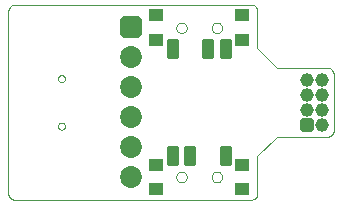
<source format=gbr>
G04 PROTEUS RS274X GERBER FILE*
%FSLAX45Y45*%
%MOMM*%
G01*
%AMPPAD034*
4,1,36,
-0.927000,0.495200,
-0.927000,-0.495200,
-0.918410,-0.583490,
-0.893690,-0.665130,
-0.854420,-0.738560,
-0.802180,-0.802180,
-0.738560,-0.854420,
-0.665130,-0.893690,
-0.583490,-0.918410,
-0.495200,-0.927000,
0.495200,-0.927000,
0.583490,-0.918410,
0.665130,-0.893690,
0.738560,-0.854420,
0.802180,-0.802180,
0.854420,-0.738560,
0.893690,-0.665130,
0.918410,-0.583490,
0.927000,-0.495200,
0.927000,0.495200,
0.918410,0.583490,
0.893690,0.665130,
0.854420,0.738560,
0.802180,0.802180,
0.738560,0.854420,
0.665130,0.893690,
0.583490,0.918410,
0.495200,0.927000,
-0.495200,0.927000,
-0.583490,0.918410,
-0.665130,0.893690,
-0.738560,0.854420,
-0.802180,0.802180,
-0.854420,0.738560,
-0.893690,0.665130,
-0.918410,0.583490,
-0.927000,0.495200,
0*%
%ADD40PPAD034*%
%ADD41C,1.854000*%
%AMPPAD037*
4,1,48,
0.577000,0.323000,
0.577000,-0.323000,
0.575720,-0.349400,
0.571950,-0.374930,
0.565800,-0.399490,
0.546870,-0.445220,
0.519840,-0.485650,
0.485640,-0.519840,
0.445220,-0.546860,
0.399490,-0.565800,
0.374930,-0.571950,
0.349400,-0.575720,
0.323000,-0.577000,
-0.323000,-0.577000,
-0.349400,-0.575720,
-0.374930,-0.571950,
-0.399490,-0.565800,
-0.445220,-0.546860,
-0.485640,-0.519840,
-0.519840,-0.485650,
-0.546870,-0.445220,
-0.565800,-0.399490,
-0.571950,-0.374930,
-0.575720,-0.349400,
-0.577000,-0.323000,
-0.577000,0.323000,
-0.575720,0.349400,
-0.571950,0.374930,
-0.565800,0.399490,
-0.546870,0.445220,
-0.519840,0.485650,
-0.485640,0.519840,
-0.445220,0.546860,
-0.399490,0.565800,
-0.374930,0.571950,
-0.349400,0.575720,
-0.323000,0.577000,
0.323000,0.577000,
0.349400,0.575720,
0.374930,0.571950,
0.399490,0.565800,
0.445220,0.546860,
0.485640,0.519840,
0.519840,0.485650,
0.546870,0.445220,
0.565800,0.399490,
0.571950,0.374930,
0.575720,0.349400,
0.577000,0.323000,
0*%
%ADD43PPAD037*%
%ADD44C,1.154000*%
%AMPPAD042*
4,1,36,
-0.627000,0.400000,
-0.627000,-0.400000,
-0.624470,-0.425970,
-0.617200,-0.449980,
-0.605650,-0.471580,
-0.590290,-0.490290,
-0.571570,-0.505650,
-0.549980,-0.517200,
-0.525970,-0.524470,
-0.500000,-0.527000,
0.500000,-0.527000,
0.525970,-0.524470,
0.549980,-0.517200,
0.571570,-0.505650,
0.590290,-0.490290,
0.605650,-0.471580,
0.617200,-0.449980,
0.624470,-0.425970,
0.627000,-0.400000,
0.627000,0.400000,
0.624470,0.425970,
0.617200,0.449980,
0.605650,0.471580,
0.590290,0.490290,
0.571570,0.505650,
0.549980,0.517200,
0.525970,0.524470,
0.500000,0.527000,
-0.500000,0.527000,
-0.525970,0.524470,
-0.549980,0.517200,
-0.571570,0.505650,
-0.590290,0.490290,
-0.605650,0.471580,
-0.617200,0.449980,
-0.624470,0.425970,
-0.627000,0.400000,
0*%
%ADD48PPAD042*%
%AMPPAD043*
4,1,36,
-0.477000,0.750000,
-0.477000,-0.750000,
-0.474470,-0.775970,
-0.467200,-0.799980,
-0.455650,-0.821580,
-0.440290,-0.840290,
-0.421570,-0.855650,
-0.399980,-0.867200,
-0.375970,-0.874470,
-0.350000,-0.877000,
0.350000,-0.877000,
0.375970,-0.874470,
0.399980,-0.867200,
0.421570,-0.855650,
0.440290,-0.840290,
0.455650,-0.821580,
0.467200,-0.799980,
0.474470,-0.775970,
0.477000,-0.750000,
0.477000,0.750000,
0.474470,0.775970,
0.467200,0.799980,
0.455650,0.821580,
0.440290,0.840290,
0.421570,0.855650,
0.399980,0.867200,
0.375970,0.874470,
0.350000,0.877000,
-0.350000,0.877000,
-0.375970,0.874470,
-0.399980,0.867200,
-0.421570,0.855650,
-0.440290,0.840290,
-0.455650,0.821580,
-0.467200,0.799980,
-0.474470,0.775970,
-0.477000,0.750000,
0*%
%ADD49PPAD043*%
%ADD29C,0.025400*%
D40*
X+444500Y+635000D03*
D41*
X+444500Y+381000D03*
X+444500Y+127000D03*
X+444500Y-127000D03*
X+444500Y-381000D03*
X+444500Y-635000D03*
D43*
X+1930400Y-190500D03*
D44*
X+2057400Y-190500D03*
X+1930400Y-63500D03*
X+2057400Y-63500D03*
X+1930400Y+63500D03*
X+2057400Y+63500D03*
X+1930400Y+190500D03*
X+2057400Y+190500D03*
D48*
X+654300Y-736600D03*
X+654300Y-526600D03*
X+1384300Y-736600D03*
X+1384300Y-526600D03*
D49*
X+1244300Y-456600D03*
X+944300Y-456600D03*
X+794300Y-456600D03*
D48*
X+1384300Y+736600D03*
X+1384300Y+526600D03*
X+654300Y+736600D03*
X+654300Y+526600D03*
D49*
X+794300Y+456600D03*
X+1094300Y+456600D03*
X+1244300Y+456600D03*
D29*
X-116600Y-200000D02*
X-116703Y-197511D01*
X-117545Y-192531D01*
X-119305Y-187551D01*
X-122182Y-182571D01*
X-126583Y-177655D01*
X-131563Y-174041D01*
X-136543Y-171736D01*
X-141523Y-170433D01*
X-146503Y-170000D01*
X-146600Y-170000D01*
X-176600Y-200000D02*
X-176497Y-197511D01*
X-175655Y-192531D01*
X-173895Y-187551D01*
X-171018Y-182571D01*
X-166617Y-177655D01*
X-161637Y-174041D01*
X-156657Y-171736D01*
X-151677Y-170433D01*
X-146697Y-170000D01*
X-146600Y-170000D01*
X-176600Y-200000D02*
X-176497Y-202489D01*
X-175655Y-207469D01*
X-173895Y-212449D01*
X-171018Y-217429D01*
X-166617Y-222345D01*
X-161637Y-225959D01*
X-156657Y-228264D01*
X-151677Y-229567D01*
X-146697Y-230000D01*
X-146600Y-230000D01*
X-116600Y-200000D02*
X-116703Y-202489D01*
X-117545Y-207469D01*
X-119305Y-212449D01*
X-122182Y-217429D01*
X-126583Y-222345D01*
X-131563Y-225959D01*
X-136543Y-228264D01*
X-141523Y-229567D01*
X-146503Y-230000D01*
X-146600Y-230000D01*
X-116600Y+200000D02*
X-116703Y+202489D01*
X-117545Y+207469D01*
X-119305Y+212449D01*
X-122182Y+217429D01*
X-126583Y+222345D01*
X-131563Y+225959D01*
X-136543Y+228264D01*
X-141523Y+229567D01*
X-146503Y+230000D01*
X-146600Y+230000D01*
X-176600Y+200000D02*
X-176497Y+202489D01*
X-175655Y+207469D01*
X-173895Y+212449D01*
X-171018Y+217429D01*
X-166617Y+222345D01*
X-161637Y+225959D01*
X-156657Y+228264D01*
X-151677Y+229567D01*
X-146697Y+230000D01*
X-146600Y+230000D01*
X-176600Y+200000D02*
X-176497Y+197511D01*
X-175655Y+192531D01*
X-173895Y+187551D01*
X-171018Y+182571D01*
X-166617Y+177655D01*
X-161637Y+174041D01*
X-156657Y+171736D01*
X-151677Y+170433D01*
X-146697Y+170000D01*
X-146600Y+170000D01*
X-116600Y+200000D02*
X-116703Y+197511D01*
X-117545Y+192531D01*
X-119305Y+187551D01*
X-122182Y+182571D01*
X-126583Y+177655D01*
X-131563Y+174041D01*
X-136543Y+171736D01*
X-141523Y+170433D01*
X-146503Y+170000D01*
X-146600Y+170000D01*
X-596900Y-774700D02*
X-596900Y+774700D01*
X-546100Y+825500D02*
X+1460500Y+825500D01*
X-596900Y+774700D02*
X-592981Y+794693D01*
X-582216Y+810816D01*
X-566093Y+821581D01*
X-546100Y+825500D01*
X-546100Y-825500D02*
X-566093Y-821581D01*
X-582216Y-810816D01*
X-592981Y-794693D01*
X-596900Y-774700D01*
X-546100Y-825500D02*
X+1460500Y-825500D01*
X+914300Y-631600D02*
X+914145Y-627873D01*
X+912889Y-620418D01*
X+910259Y-612963D01*
X+905963Y-605508D01*
X+899393Y-598142D01*
X+891938Y-592709D01*
X+884483Y-589239D01*
X+877028Y-587269D01*
X+869573Y-586601D01*
X+869300Y-586600D01*
X+824300Y-631600D02*
X+824455Y-627873D01*
X+825711Y-620418D01*
X+828341Y-612963D01*
X+832637Y-605508D01*
X+839207Y-598142D01*
X+846662Y-592709D01*
X+854117Y-589239D01*
X+861572Y-587269D01*
X+869027Y-586601D01*
X+869300Y-586600D01*
X+824300Y-631600D02*
X+824455Y-635327D01*
X+825711Y-642782D01*
X+828341Y-650237D01*
X+832637Y-657692D01*
X+839207Y-665058D01*
X+846662Y-670491D01*
X+854117Y-673961D01*
X+861572Y-675931D01*
X+869027Y-676599D01*
X+869300Y-676600D01*
X+914300Y-631600D02*
X+914145Y-635327D01*
X+912889Y-642782D01*
X+910259Y-650237D01*
X+905963Y-657692D01*
X+899393Y-665058D01*
X+891938Y-670491D01*
X+884483Y-673961D01*
X+877028Y-675931D01*
X+869573Y-676599D01*
X+869300Y-676600D01*
X+1214300Y-631600D02*
X+1214145Y-627873D01*
X+1212889Y-620418D01*
X+1210259Y-612963D01*
X+1205963Y-605508D01*
X+1199393Y-598142D01*
X+1191938Y-592709D01*
X+1184483Y-589239D01*
X+1177028Y-587269D01*
X+1169573Y-586601D01*
X+1169300Y-586600D01*
X+1124300Y-631600D02*
X+1124455Y-627873D01*
X+1125711Y-620418D01*
X+1128341Y-612963D01*
X+1132637Y-605508D01*
X+1139207Y-598142D01*
X+1146662Y-592709D01*
X+1154117Y-589239D01*
X+1161572Y-587269D01*
X+1169027Y-586601D01*
X+1169300Y-586600D01*
X+1124300Y-631600D02*
X+1124455Y-635327D01*
X+1125711Y-642782D01*
X+1128341Y-650237D01*
X+1132637Y-657692D01*
X+1139207Y-665058D01*
X+1146662Y-670491D01*
X+1154117Y-673961D01*
X+1161572Y-675931D01*
X+1169027Y-676599D01*
X+1169300Y-676600D01*
X+1214300Y-631600D02*
X+1214145Y-635327D01*
X+1212889Y-642782D01*
X+1210259Y-650237D01*
X+1205963Y-657692D01*
X+1199393Y-665058D01*
X+1191938Y-670491D01*
X+1184483Y-673961D01*
X+1177028Y-675931D01*
X+1169573Y-676599D01*
X+1169300Y-676600D01*
X+914300Y+631600D02*
X+914145Y+635327D01*
X+912889Y+642782D01*
X+910259Y+650237D01*
X+905963Y+657692D01*
X+899393Y+665058D01*
X+891938Y+670491D01*
X+884483Y+673961D01*
X+877028Y+675931D01*
X+869573Y+676599D01*
X+869300Y+676600D01*
X+824300Y+631600D02*
X+824455Y+635327D01*
X+825711Y+642782D01*
X+828341Y+650237D01*
X+832637Y+657692D01*
X+839207Y+665058D01*
X+846662Y+670491D01*
X+854117Y+673961D01*
X+861572Y+675931D01*
X+869027Y+676599D01*
X+869300Y+676600D01*
X+824300Y+631600D02*
X+824455Y+627873D01*
X+825711Y+620418D01*
X+828341Y+612963D01*
X+832637Y+605508D01*
X+839207Y+598142D01*
X+846662Y+592709D01*
X+854117Y+589239D01*
X+861572Y+587269D01*
X+869027Y+586601D01*
X+869300Y+586600D01*
X+914300Y+631600D02*
X+914145Y+627873D01*
X+912889Y+620418D01*
X+910259Y+612963D01*
X+905963Y+605508D01*
X+899393Y+598142D01*
X+891938Y+592709D01*
X+884483Y+589239D01*
X+877028Y+587269D01*
X+869573Y+586601D01*
X+869300Y+586600D01*
X+1214300Y+631600D02*
X+1214145Y+635327D01*
X+1212889Y+642782D01*
X+1210259Y+650237D01*
X+1205963Y+657692D01*
X+1199393Y+665058D01*
X+1191938Y+670491D01*
X+1184483Y+673961D01*
X+1177028Y+675931D01*
X+1169573Y+676599D01*
X+1169300Y+676600D01*
X+1124300Y+631600D02*
X+1124455Y+635327D01*
X+1125711Y+642782D01*
X+1128341Y+650237D01*
X+1132637Y+657692D01*
X+1139207Y+665058D01*
X+1146662Y+670491D01*
X+1154117Y+673961D01*
X+1161572Y+675931D01*
X+1169027Y+676599D01*
X+1169300Y+676600D01*
X+1124300Y+631600D02*
X+1124455Y+627873D01*
X+1125711Y+620418D01*
X+1128341Y+612963D01*
X+1132637Y+605508D01*
X+1139207Y+598142D01*
X+1146662Y+592709D01*
X+1154117Y+589239D01*
X+1161572Y+587269D01*
X+1169027Y+586601D01*
X+1169300Y+586600D01*
X+1214300Y+631600D02*
X+1214145Y+627873D01*
X+1212889Y+620418D01*
X+1210259Y+612963D01*
X+1205963Y+605508D01*
X+1199393Y+598142D01*
X+1191938Y+592709D01*
X+1184483Y+589239D01*
X+1177028Y+587269D01*
X+1169573Y+586601D01*
X+1169300Y+586600D01*
X+2159000Y-241300D02*
X+2155081Y-261293D01*
X+2144316Y-277416D01*
X+2128193Y-288181D01*
X+2108200Y-292100D01*
X+2108200Y+292100D02*
X+2128193Y+288181D01*
X+2144316Y+277416D01*
X+2155081Y+261293D01*
X+2159000Y+241300D01*
X+2159000Y-241300D01*
X+2108200Y-292100D02*
X+1676400Y-292100D01*
X+1511300Y-457200D01*
X+1511300Y-774700D02*
X+1507381Y-794693D01*
X+1496616Y-810816D01*
X+1480493Y-821581D01*
X+1460500Y-825500D01*
X+1511300Y-774700D02*
X+1511300Y-457200D01*
X+1460500Y+825501D02*
X+1480493Y+821582D01*
X+1496616Y+810817D01*
X+1507381Y+794694D01*
X+1511300Y+774701D01*
X+1676400Y+292100D02*
X+1511300Y+457200D01*
X+2108200Y+292100D02*
X+1676400Y+292100D01*
X+1511300Y+457200D02*
X+1511300Y+774700D01*
M02*

</source>
